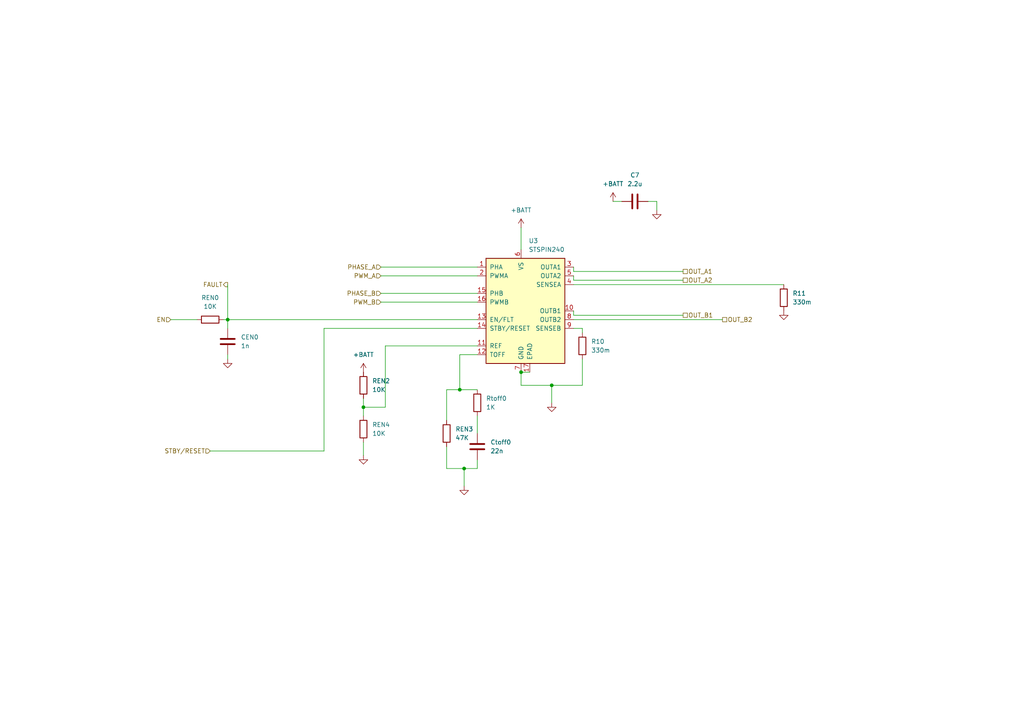
<source format=kicad_sch>
(kicad_sch (version 20230121) (generator eeschema)
  (paper "A4")
  (lib_symbols
    (symbol "Device:C" (pin_numbers hide) (pin_names (offset 0.254))
      (property "Reference" "C" (at 0.635 2.54 0))
      (property "Value" "C" (at 0.635 -2.54 0))
      (symbol "C_0_1"
        (polyline (pts (xy -2.032 -0.762) (xy 2.032 -0.762)) (stroke (width 0.508)))
        (polyline (pts (xy -2.032 0.762) (xy 2.032 0.762)) (stroke (width 0.508)))
      )
      (symbol "C_1_1"
        (pin passive line (at 0 3.81 270) (length 2.794) (name "~") (number "1"))
        (pin passive line (at 0 -3.81 90) (length 2.794) (name "~") (number "2"))
      )
    )
    (symbol "Device:R" (pin_numbers hide) (pin_names (offset 0))
      (property "Reference" "R" (at 2.032 0 90))
      (property "Value" "R" (at 0 0 90))
      (symbol "R_0_1"
        (rectangle (start -1.016 -2.54) (end 1.016 2.54) (stroke (width 0.254)))
      )
      (symbol "R_1_1"
        (pin passive line (at 0 3.81 270) (length 1.27) (name "~") (number "1"))
        (pin passive line (at 0 -3.81 90) (length 1.27) (name "~") (number "2"))
      )
    )
    (symbol "Driver_Motor:STSPIN240" (pin_names (offset 1.016))
      (property "Reference" "U" (at -10.16 16.51 0))
      (property "Value" "STSPIN240" (at 5.08 16.51 0))
      (symbol "STSPIN240_0_1"
        (rectangle (start -10.16 15.24) (end 12.7 -15.24) (stroke (width 0.254)) (fill (type background)))
      )
      (symbol "STSPIN240_1_1"
        (pin input line (at -12.7 12.7 0) (length 2.54) (name "PHA") (number "1"))
        (pin power_out line (at 15.24 0 180) (length 2.54) (name "OUTB1") (number "10"))
        (pin input line (at -12.7 -10.16 0) (length 2.54) (name "REF") (number "11"))
        (pin input line (at -12.7 -12.7 0) (length 2.54) (name "TOFF") (number "12"))
        (pin bidirectional line (at -12.7 -2.54 0) (length 2.54) (name "EN/FLT") (number "13"))
        (pin input line (at -12.7 -5.08 0) (length 2.54) (name "STBY/RESET") (number "14"))
        (pin input line (at -12.7 5.08 0) (length 2.54) (name "PHB") (number "15"))
        (pin input line (at -12.7 2.54 0) (length 2.54) (name "PWMB") (number "16"))
        (pin power_in line (at 2.54 -17.78 90) (length 2.54) (name "EPAD") (number "17"))
        (pin input line (at -12.7 10.16 0) (length 2.54) (name "PWMA") (number "2"))
        (pin power_out line (at 15.24 12.7 180) (length 2.54) (name "OUTA1") (number "3"))
        (pin power_out line (at 15.24 7.62 180) (length 2.54) (name "SENSEA") (number "4"))
        (pin power_out line (at 15.24 10.16 180) (length 2.54) (name "OUTA2") (number "5"))
        (pin power_in line (at 0 17.78 270) (length 2.54) (name "VS") (number "6"))
        (pin power_in line (at 0 -17.78 90) (length 2.54) (name "GND") (number "7"))
        (pin power_out line (at 15.24 -2.54 180) (length 2.54) (name "OUTB2") (number "8"))
        (pin power_out line (at 15.24 -5.08 180) (length 2.54) (name "SENSEB") (number "9"))
      )
    )
    (symbol "power:+BATT" (power) (pin_names (offset 0))
      (property "Value" "+BATT" (at 0 3.556 0))
      (symbol "+BATT_0_1"
        (polyline (pts (xy -0.762 1.27) (xy 0 2.54)))
        (polyline (pts (xy 0 0) (xy 0 2.54)))
        (polyline (pts (xy 0 2.54) (xy 0.762 1.27)))
      )
      (symbol "+BATT_1_1"
        (pin power_in line (at 0 0 90) (length 0) hide (name "+BATT") (number "1"))
      )
    )
    (symbol "power:GND" (power) (pin_names (offset 0))
      (property "Value" "GND" (at 0 -3.81 0))
      (symbol "GND_0_1"
        (polyline (pts (xy 0 0) (xy 0 -1.27) (xy 1.27 -1.27) (xy 0 -2.54) (xy -1.27 -1.27) (xy 0 -1.27)))
      )
      (symbol "GND_1_1"
        (pin power_in line (at 0 0 270) (length 0) hide (name "GND") (number "1"))
      )
    )
  )
  (junction (at 160.02 111.76))
  (junction (at 105.41 118.11))
  (junction (at 151.13 107.95))
  (junction (at 134.62 135.89))
  (junction (at 133.35 113.03))
  (junction (at 66.04 92.71))
  (wire (pts (xy 180.34 58.42) (xy 177.8 58.42)))
  (wire (pts (xy 134.62 135.89) (xy 138.43 135.89)))
  (wire (pts (xy 198.12 81.28) (xy 166.37 81.28)))
  (wire (pts (xy 129.54 113.03) (xy 129.54 121.92)))
  (wire (pts (xy 110.49 77.47) (xy 138.43 77.47)))
  (wire (pts (xy 151.13 107.95) (xy 153.67 107.95)))
  (wire (pts (xy 166.37 81.28) (xy 166.37 80.01)))
  (wire (pts (xy 66.04 92.71) (xy 138.43 92.71)))
  (wire (pts (xy 105.41 128.27) (xy 105.41 132.08)))
  (wire (pts (xy 138.43 120.65) (xy 138.43 125.73)))
  (wire (pts (xy 49.53 92.71) (xy 57.15 92.71)))
  (wire (pts (xy 160.02 111.76) (xy 168.91 111.76)))
  (wire (pts (xy 66.04 82.55) (xy 66.04 92.71)))
  (wire (pts (xy 151.13 66.04) (xy 151.13 72.39)))
  (wire (pts (xy 129.54 135.89) (xy 129.54 129.54)))
  (wire (pts (xy 151.13 111.76) (xy 160.02 111.76)))
  (wire (pts (xy 134.62 135.89) (xy 134.62 140.97)))
  (wire (pts (xy 133.35 113.03) (xy 138.43 113.03)))
  (wire (pts (xy 66.04 104.14) (xy 66.04 102.87)))
  (wire (pts (xy 105.41 115.57) (xy 105.41 118.11)))
  (wire (pts (xy 138.43 100.33) (xy 111.76 100.33)))
  (wire (pts (xy 166.37 91.44) (xy 166.37 90.17)))
  (wire (pts (xy 110.49 80.01) (xy 138.43 80.01)))
  (wire (pts (xy 110.49 87.63) (xy 138.43 87.63)))
  (wire (pts (xy 133.35 113.03) (xy 129.54 113.03)))
  (wire (pts (xy 93.98 95.25) (xy 93.98 130.81)))
  (wire (pts (xy 111.76 118.11) (xy 105.41 118.11)))
  (wire (pts (xy 133.35 102.87) (xy 138.43 102.87)))
  (wire (pts (xy 198.12 78.74) (xy 166.37 78.74)))
  (wire (pts (xy 198.12 91.44) (xy 166.37 91.44)))
  (wire (pts (xy 160.02 116.84) (xy 160.02 111.76)))
  (wire (pts (xy 111.76 100.33) (xy 111.76 118.11)))
  (wire (pts (xy 166.37 78.74) (xy 166.37 77.47)))
  (wire (pts (xy 138.43 135.89) (xy 138.43 133.35)))
  (wire (pts (xy 66.04 95.25) (xy 66.04 92.71)))
  (wire (pts (xy 168.91 104.14) (xy 168.91 111.76)))
  (wire (pts (xy 129.54 135.89) (xy 134.62 135.89)))
  (wire (pts (xy 133.35 102.87) (xy 133.35 113.03)))
  (wire (pts (xy 105.41 118.11) (xy 105.41 120.65)))
  (wire (pts (xy 60.96 130.81) (xy 93.98 130.81)))
  (wire (pts (xy 187.96 58.42) (xy 190.5 58.42)))
  (wire (pts (xy 209.55 92.71) (xy 166.37 92.71)))
  (wire (pts (xy 168.91 95.25) (xy 168.91 96.52)))
  (wire (pts (xy 190.5 58.42) (xy 190.5 60.96)))
  (wire (pts (xy 151.13 107.95) (xy 151.13 111.76)))
  (wire (pts (xy 110.49 85.09) (xy 138.43 85.09)))
  (wire (pts (xy 166.37 82.55) (xy 227.33 82.55)))
  (wire (pts (xy 66.04 92.71) (xy 64.77 92.71)))
  (wire (pts (xy 138.43 95.25) (xy 93.98 95.25)))
  (wire (pts (xy 166.37 95.25) (xy 168.91 95.25)))
  (hierarchical_label "PHASE_A" (shape input) (at 110.49 77.47 180))
  (hierarchical_label "OUT_A2" (shape passive) (at 198.12 81.28 0))
  (hierarchical_label "PWM_A" (shape input) (at 110.49 80.01 180))
  (hierarchical_label "FAULT" (shape output) (at 66.04 82.55 180))
  (hierarchical_label "PHASE_B" (shape input) (at 110.49 85.09 180))
  (hierarchical_label "PWM_B" (shape input) (at 110.49 87.63 180))
  (hierarchical_label "OUT_B2" (shape passive) (at 209.55 92.71 0))
  (hierarchical_label "OUT_A1" (shape passive) (at 198.12 78.74 0))
  (hierarchical_label "OUT_B1" (shape passive) (at 198.12 91.44 0))
  (hierarchical_label "STBY{slash}RESET" (shape input) (at 60.96 130.81 180))
  (hierarchical_label "EN" (shape input) (at 49.53 92.71 180))
  (symbol (lib_id "Device:R") (at 168.91 100.33 0) (unit 1)
    (property "Reference" "R10" (at 171.45 99.06 0) (effects (justify left)))
    (property "Value" "330m" (at 171.45 101.6 0) (effects (justify left)))
    (property "Footprint" "Resistor_SMD:R_2512_6332Metric" (effects hide))
  )
  (symbol (lib_id "Device:R") (at 129.54 125.73 180) (unit 1)
    (property "Reference" "REN3" (at 132.08 124.46 0) (effects (justify right)))
    (property "Value" "47K" (at 132.08 127 0) (effects (justify right)))
    (property "Footprint" "Resistor_SMD:R_0603_1608Metric" (effects hide))
  )
  (symbol (lib_id "Device:R") (at 105.41 124.46 180) (unit 1)
    (property "Reference" "REN4" (at 107.95 123.19 0) (effects (justify right)))
    (property "Value" "10K" (at 107.95 125.73 0) (effects (justify right)))
    (property "Footprint" "Resistor_SMD:R_0603_1608Metric" (effects hide))
  )
  (symbol (lib_id "Device:R") (at 60.96 92.71 90) (unit 1)
    (property "Reference" "REN0" (at 60.96 86.36 90))
    (property "Value" "10K" (at 60.96 88.9 90))
    (property "Footprint" "Resistor_SMD:R_0603_1608Metric" (effects hide))
  )
  (symbol (lib_id "Device:C") (at 66.04 99.06 0) (unit 1)
    (property "Reference" "CEN0" (at 69.85 97.79 0) (effects (justify left)))
    (property "Value" "1n" (at 69.85 100.33 0) (effects (justify left)))
    (property "Footprint" "Capacitor_SMD:C_0603_1608Metric" (effects hide))
  )
  (symbol (lib_id "Device:R") (at 105.41 111.76 180) (unit 1)
    (property "Reference" "REN2" (at 107.95 110.49 0) (effects (justify right)))
    (property "Value" "10K" (at 107.95 113.03 0) (effects (justify right)))
    (property "Footprint" "Resistor_SMD:R_0603_1608Metric" (effects hide))
  )
  (symbol (lib_id "power:GND") (at 190.5 60.96 0) (unit 1)
    (property "Reference" "#PWR011" (effects hide))
    (property "Value" "GND" (effects hide))
  )
  (symbol (lib_id "Driver_Motor:STSPIN240") (at 151.13 90.17 0) (unit 1)
    (property "Reference" "U3" (at 153.3241 69.85 0) (effects (justify left)))
    (property "Value" "STSPIN240" (at 153.3241 72.39 0) (effects (justify left)))
    (property "Footprint" "Package_DFN_QFN:VQFN-16-1EP_3x3mm_P0.5mm_EP1.8x1.8mm" (effects hide))
    (property "Datasheet" "www.st.com/resource/en/datasheet/stspin240.pdf" (effects hide))
  )
  (symbol (lib_id "power:+BATT") (at 151.13 66.04 0) (unit 1)
    (property "Reference" "#PWR010" (effects hide))
    (property "Value" "+BATT" (at 151.13 60.96 0))
  )
  (symbol (lib_id "Device:C") (at 184.15 58.42 90) (unit 1)
    (property "Reference" "C7" (at 184.15 50.8 90))
    (property "Value" "2.2u" (at 184.15 53.34 90))
    (property "Footprint" "Capacitor_SMD:C_0603_1608Metric" (effects hide))
  )
  (symbol (lib_id "Device:R") (at 227.33 86.36 0) (unit 1)
    (property "Reference" "R11" (at 229.87 85.09 0) (effects (justify left)))
    (property "Value" "330m" (at 229.87 87.63 0) (effects (justify left)))
    (property "Footprint" "Resistor_SMD:R_2512_6332Metric" (effects hide))
  )
  (symbol (lib_id "Device:C") (at 138.43 129.54 0) (unit 1)
    (property "Reference" "Ctoff0" (at 142.24 128.27 0) (effects (justify left)))
    (property "Value" "22n" (at 142.24 130.81 0) (effects (justify left)))
    (property "Footprint" "Capacitor_SMD:C_0603_1608Metric" (effects hide))
  )
  (symbol (lib_id "power:GND") (at 134.62 140.97 0) (unit 1)
    (property "Reference" "#PWR014" (effects hide))
    (property "Value" "GND" (effects hide))
  )
  (symbol (lib_id "power:+BATT") (at 105.41 107.95 0) (unit 1)
    (property "Reference" "#PWR017" (effects hide))
    (property "Value" "+BATT" (at 105.41 102.87 0))
  )
  (symbol (lib_id "power:GND") (at 105.41 132.08 0) (unit 1)
    (property "Reference" "#PWR016" (effects hide))
    (property "Value" "GND" (effects hide))
  )
  (symbol (lib_id "power:GND") (at 227.33 90.17 0) (unit 1)
    (property "Reference" "#PWR012" (effects hide))
    (property "Value" "GND" (effects hide))
  )
  (symbol (lib_id "power:+BATT") (at 177.8 58.42 0) (unit 1)
    (property "Reference" "#PWR026" (effects hide))
    (property "Value" "+BATT" (at 177.8 53.34 0))
  )
  (symbol (lib_id "power:GND") (at 160.02 116.84 0) (unit 1)
    (property "Reference" "#PWR013" (effects hide))
    (property "Value" "GND" (effects hide))
  )
  (symbol (lib_id "Device:R") (at 138.43 116.84 180) (unit 1)
    (property "Reference" "Rtoff0" (at 140.97 115.57 0) (effects (justify right)))
    (property "Value" "1K" (at 140.97 118.11 0) (effects (justify right)))
    (property "Footprint" "Resistor_SMD:R_0603_1608Metric" (effects hide))
  )
  (symbol (lib_id "power:GND") (at 66.04 104.14 0) (unit 1)
    (property "Reference" "#PWR09" (effects hide))
    (property "Value" "GND" (effects hide))
  )
)
</source>
